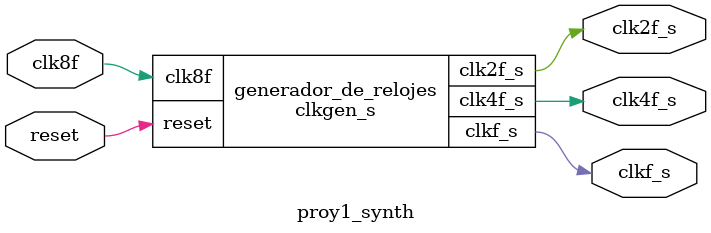
<source format=v>
`include "cmos_cells.v"
/* Generated by Yosys 0.7 (git sha1 61f6811, gcc 6.2.0-11ubuntu1 -O2 -fdebug-prefix-map=/build/yosys-OIL3SR/yosys-0.7=. -fstack-protector-strong -fPIC -Os) */

(* src = "clkgen.v:1" *)
module clkgen_s(clkf_s, clk2f_s, clk4f_s, clk8f, reset);
  (* src = "clkgen.v:8" *)
  wire _00_;
  (* src = "clkgen.v:8" *)
  wire _01_;
  (* src = "clkgen.v:8" *)
  wire _02_;
  wire _03_;
  wire _04_;
  wire _05_;
  wire _06_;
  wire _07_;
  wire _08_;
  wire _09_;
  wire _10_;
  wire _11_;
  wire _12_;
  wire _13_;
  (* src = "clkgen.v:3" *)
  output clk2f_s;
  (* src = "clkgen.v:4" *)
  output clk4f_s;
  (* src = "clkgen.v:5" *)
  input clk8f;
  (* src = "clkgen.v:2" *)
  output clkf_s;
  (* src = "clkgen.v:6" *)
  input reset;
  NOT _14_ (
    .A(reset),
    .Y(_13_)
  );
  NOR _15_ (
    .A(clk4f_s),
    .B(_13_),
    .Y(_01_)
  );
  NOR _16_ (
    .A(clk2f_s),
    .B(clk4f_s),
    .Y(_03_)
  );
  NOT _17_ (
    .A(clk4f_s),
    .Y(_04_)
  );
  NOT _18_ (
    .A(clk2f_s),
    .Y(_05_)
  );
  NOR _19_ (
    .A(_05_),
    .B(_04_),
    .Y(_06_)
  );
  NOR _20_ (
    .A(_06_),
    .B(_03_),
    .Y(_07_)
  );
  NOR _21_ (
    .A(_07_),
    .B(_13_),
    .Y(_00_)
  );
  NOT _22_ (
    .A(clkf_s),
    .Y(_08_)
  );
  NOR _23_ (
    .A(_03_),
    .B(_08_),
    .Y(_09_)
  );
  NAND _24_ (
    .A(_05_),
    .B(_04_),
    .Y(_10_)
  );
  NOR _25_ (
    .A(_10_),
    .B(clkf_s),
    .Y(_11_)
  );
  NOR _26_ (
    .A(_11_),
    .B(_09_),
    .Y(_12_)
  );
  NOR _27_ (
    .A(_12_),
    .B(_13_),
    .Y(_02_)
  );
  DFF _28_ (
    .C(clk8f),
    .D(_02_),
    .Q(clkf_s)
  );
  DFF _29_ (
    .C(clk8f),
    .D(_00_),
    .Q(clk2f_s)
  );
  DFF _30_ (
    .C(clk8f),
    .D(_01_),
    .Q(clk4f_s)
  );
endmodule

(* top =  1  *)
(* src = "proy1_conductual.v:3" *)
module proy1_synth(clk8f, clk2f_s, clk4f_s, clkf_s, reset);
  (* src = "proy1_conductual.v:5" *)
  output clk2f_s;
  (* src = "proy1_conductual.v:6" *)
  output clk4f_s;
  (* src = "proy1_conductual.v:4" *)
  input clk8f;
  (* src = "proy1_conductual.v:7" *)
  output clkf_s;
  (* src = "proy1_conductual.v:8" *)
  input reset;
  (* src = "proy1_conductual.v:10" *)
  clkgen_s generador_de_relojes (
    .clk2f_s(clk2f_s),
    .clk4f_s(clk4f_s),
    .clk8f(clk8f),
    .clkf_s(clkf_s),
    .reset(reset)
  );
endmodule

</source>
